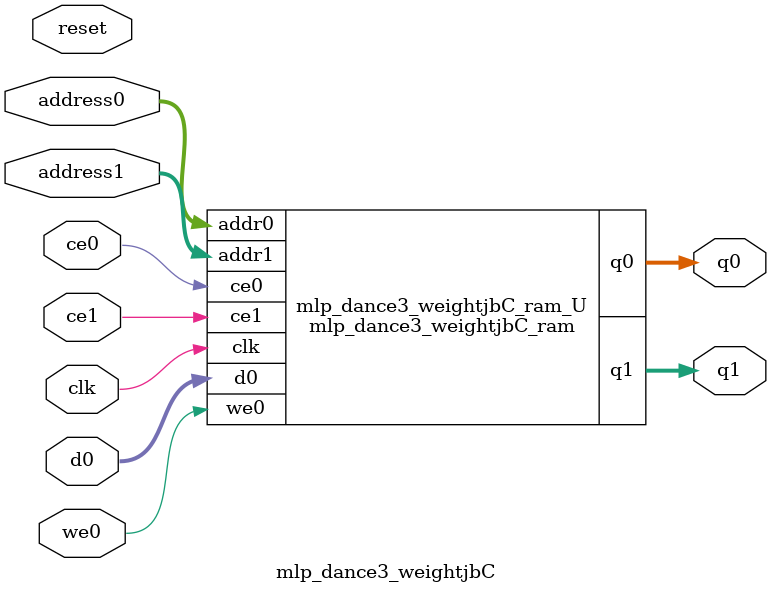
<source format=v>
`timescale 1 ns / 1 ps
module mlp_dance3_weightjbC_ram (addr0, ce0, d0, we0, q0, addr1, ce1, q1,  clk);

parameter DWIDTH = 32;
parameter AWIDTH = 10;
parameter MEM_SIZE = 1024;

input[AWIDTH-1:0] addr0;
input ce0;
input[DWIDTH-1:0] d0;
input we0;
output reg[DWIDTH-1:0] q0;
input[AWIDTH-1:0] addr1;
input ce1;
output reg[DWIDTH-1:0] q1;
input clk;

(* ram_style = "block" *)reg [DWIDTH-1:0] ram[0:MEM_SIZE-1];




always @(posedge clk)  
begin 
    if (ce0) begin
        if (we0) 
            ram[addr0] <= d0; 
        q0 <= ram[addr0];
    end
end


always @(posedge clk)  
begin 
    if (ce1) begin
        q1 <= ram[addr1];
    end
end


endmodule

`timescale 1 ns / 1 ps
module mlp_dance3_weightjbC(
    reset,
    clk,
    address0,
    ce0,
    we0,
    d0,
    q0,
    address1,
    ce1,
    q1);

parameter DataWidth = 32'd32;
parameter AddressRange = 32'd1024;
parameter AddressWidth = 32'd10;
input reset;
input clk;
input[AddressWidth - 1:0] address0;
input ce0;
input we0;
input[DataWidth - 1:0] d0;
output[DataWidth - 1:0] q0;
input[AddressWidth - 1:0] address1;
input ce1;
output[DataWidth - 1:0] q1;



mlp_dance3_weightjbC_ram mlp_dance3_weightjbC_ram_U(
    .clk( clk ),
    .addr0( address0 ),
    .ce0( ce0 ),
    .we0( we0 ),
    .d0( d0 ),
    .q0( q0 ),
    .addr1( address1 ),
    .ce1( ce1 ),
    .q1( q1 ));

endmodule


</source>
